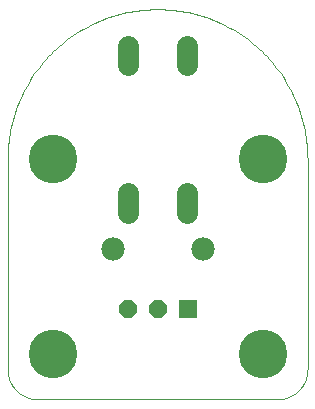
<source format=gts>
G75*
%MOIN*%
%OFA0B0*%
%FSLAX25Y25*%
%IPPOS*%
%LPD*%
%AMOC8*
5,1,8,0,0,1.08239X$1,22.5*
%
%ADD10OC8,0.06000*%
%ADD11R,0.06000X0.06000*%
%ADD12C,0.00000*%
%ADD13C,0.16211*%
%ADD14C,0.07800*%
%ADD15C,0.06896*%
D10*
X0046800Y0054006D03*
X0056800Y0054006D03*
D11*
X0066800Y0054006D03*
D12*
X0096800Y0024006D02*
X0016800Y0024006D01*
X0016558Y0024009D01*
X0016317Y0024018D01*
X0016076Y0024032D01*
X0015835Y0024053D01*
X0015595Y0024079D01*
X0015355Y0024111D01*
X0015116Y0024149D01*
X0014879Y0024192D01*
X0014642Y0024242D01*
X0014407Y0024297D01*
X0014173Y0024357D01*
X0013941Y0024424D01*
X0013710Y0024495D01*
X0013481Y0024573D01*
X0013254Y0024656D01*
X0013029Y0024744D01*
X0012806Y0024838D01*
X0012586Y0024937D01*
X0012368Y0025042D01*
X0012153Y0025151D01*
X0011940Y0025266D01*
X0011730Y0025386D01*
X0011524Y0025511D01*
X0011320Y0025641D01*
X0011119Y0025776D01*
X0010922Y0025916D01*
X0010728Y0026060D01*
X0010538Y0026209D01*
X0010352Y0026363D01*
X0010169Y0026521D01*
X0009990Y0026683D01*
X0009815Y0026850D01*
X0009644Y0027021D01*
X0009477Y0027196D01*
X0009315Y0027375D01*
X0009157Y0027558D01*
X0009003Y0027744D01*
X0008854Y0027934D01*
X0008710Y0028128D01*
X0008570Y0028325D01*
X0008435Y0028526D01*
X0008305Y0028730D01*
X0008180Y0028936D01*
X0008060Y0029146D01*
X0007945Y0029359D01*
X0007836Y0029574D01*
X0007731Y0029792D01*
X0007632Y0030012D01*
X0007538Y0030235D01*
X0007450Y0030460D01*
X0007367Y0030687D01*
X0007289Y0030916D01*
X0007218Y0031147D01*
X0007151Y0031379D01*
X0007091Y0031613D01*
X0007036Y0031848D01*
X0006986Y0032085D01*
X0006943Y0032322D01*
X0006905Y0032561D01*
X0006873Y0032801D01*
X0006847Y0033041D01*
X0006826Y0033282D01*
X0006812Y0033523D01*
X0006803Y0033764D01*
X0006800Y0034006D01*
X0006800Y0104006D01*
X0006815Y0105224D01*
X0006859Y0106440D01*
X0006933Y0107656D01*
X0007037Y0108869D01*
X0007170Y0110079D01*
X0007333Y0111286D01*
X0007525Y0112488D01*
X0007746Y0113686D01*
X0007996Y0114878D01*
X0008275Y0116063D01*
X0008583Y0117241D01*
X0008920Y0118411D01*
X0009285Y0119573D01*
X0009678Y0120725D01*
X0010099Y0121868D01*
X0010548Y0122999D01*
X0011024Y0124120D01*
X0011528Y0125229D01*
X0012058Y0126325D01*
X0012615Y0127408D01*
X0013198Y0128477D01*
X0013806Y0129531D01*
X0014441Y0130571D01*
X0015100Y0131594D01*
X0015784Y0132602D01*
X0016493Y0133592D01*
X0017225Y0134565D01*
X0017981Y0135519D01*
X0018760Y0136455D01*
X0019561Y0137372D01*
X0020385Y0138269D01*
X0021230Y0139145D01*
X0022096Y0140001D01*
X0022983Y0140836D01*
X0023890Y0141648D01*
X0024816Y0142438D01*
X0025762Y0143206D01*
X0026725Y0143950D01*
X0027707Y0144670D01*
X0028706Y0145367D01*
X0029721Y0146039D01*
X0030753Y0146686D01*
X0031800Y0147307D01*
X0032862Y0147903D01*
X0033938Y0148473D01*
X0035027Y0149017D01*
X0036130Y0149533D01*
X0037245Y0150023D01*
X0038371Y0150486D01*
X0039508Y0150921D01*
X0040656Y0151328D01*
X0041813Y0151707D01*
X0042979Y0152058D01*
X0044153Y0152380D01*
X0045335Y0152674D01*
X0046524Y0152939D01*
X0047718Y0153174D01*
X0048918Y0153381D01*
X0050123Y0153558D01*
X0051331Y0153706D01*
X0052543Y0153824D01*
X0053758Y0153913D01*
X0054974Y0153973D01*
X0056191Y0154002D01*
X0057409Y0154002D01*
X0058626Y0153973D01*
X0059842Y0153913D01*
X0061057Y0153824D01*
X0062269Y0153706D01*
X0063477Y0153558D01*
X0064682Y0153381D01*
X0065882Y0153174D01*
X0067076Y0152939D01*
X0068265Y0152674D01*
X0069447Y0152380D01*
X0070621Y0152058D01*
X0071787Y0151707D01*
X0072944Y0151328D01*
X0074092Y0150921D01*
X0075229Y0150486D01*
X0076355Y0150023D01*
X0077470Y0149533D01*
X0078573Y0149017D01*
X0079662Y0148473D01*
X0080738Y0147903D01*
X0081800Y0147307D01*
X0082847Y0146686D01*
X0083879Y0146039D01*
X0084894Y0145367D01*
X0085893Y0144670D01*
X0086875Y0143950D01*
X0087838Y0143206D01*
X0088784Y0142438D01*
X0089710Y0141648D01*
X0090617Y0140836D01*
X0091504Y0140001D01*
X0092370Y0139145D01*
X0093215Y0138269D01*
X0094039Y0137372D01*
X0094840Y0136455D01*
X0095619Y0135519D01*
X0096375Y0134565D01*
X0097107Y0133592D01*
X0097816Y0132602D01*
X0098500Y0131594D01*
X0099159Y0130571D01*
X0099794Y0129531D01*
X0100402Y0128477D01*
X0100985Y0127408D01*
X0101542Y0126325D01*
X0102072Y0125229D01*
X0102576Y0124120D01*
X0103052Y0122999D01*
X0103501Y0121868D01*
X0103922Y0120725D01*
X0104315Y0119573D01*
X0104680Y0118411D01*
X0105017Y0117241D01*
X0105325Y0116063D01*
X0105604Y0114878D01*
X0105854Y0113686D01*
X0106075Y0112488D01*
X0106267Y0111286D01*
X0106430Y0110079D01*
X0106563Y0108869D01*
X0106667Y0107656D01*
X0106741Y0106440D01*
X0106785Y0105224D01*
X0106800Y0104006D01*
X0106800Y0034006D01*
X0106797Y0033764D01*
X0106788Y0033523D01*
X0106774Y0033282D01*
X0106753Y0033041D01*
X0106727Y0032801D01*
X0106695Y0032561D01*
X0106657Y0032322D01*
X0106614Y0032085D01*
X0106564Y0031848D01*
X0106509Y0031613D01*
X0106449Y0031379D01*
X0106382Y0031147D01*
X0106311Y0030916D01*
X0106233Y0030687D01*
X0106150Y0030460D01*
X0106062Y0030235D01*
X0105968Y0030012D01*
X0105869Y0029792D01*
X0105764Y0029574D01*
X0105655Y0029359D01*
X0105540Y0029146D01*
X0105420Y0028936D01*
X0105295Y0028730D01*
X0105165Y0028526D01*
X0105030Y0028325D01*
X0104890Y0028128D01*
X0104746Y0027934D01*
X0104597Y0027744D01*
X0104443Y0027558D01*
X0104285Y0027375D01*
X0104123Y0027196D01*
X0103956Y0027021D01*
X0103785Y0026850D01*
X0103610Y0026683D01*
X0103431Y0026521D01*
X0103248Y0026363D01*
X0103062Y0026209D01*
X0102872Y0026060D01*
X0102678Y0025916D01*
X0102481Y0025776D01*
X0102280Y0025641D01*
X0102076Y0025511D01*
X0101870Y0025386D01*
X0101660Y0025266D01*
X0101447Y0025151D01*
X0101232Y0025042D01*
X0101014Y0024937D01*
X0100794Y0024838D01*
X0100571Y0024744D01*
X0100346Y0024656D01*
X0100119Y0024573D01*
X0099890Y0024495D01*
X0099659Y0024424D01*
X0099427Y0024357D01*
X0099193Y0024297D01*
X0098958Y0024242D01*
X0098721Y0024192D01*
X0098484Y0024149D01*
X0098245Y0024111D01*
X0098005Y0024079D01*
X0097765Y0024053D01*
X0097524Y0024032D01*
X0097283Y0024018D01*
X0097042Y0024009D01*
X0096800Y0024006D01*
D13*
X0091800Y0039006D03*
X0091800Y0104006D03*
X0021800Y0104006D03*
X0021800Y0039006D03*
D14*
X0041800Y0074006D03*
X0071800Y0074006D03*
D15*
X0066643Y0086152D02*
X0066643Y0092648D01*
X0046957Y0092648D02*
X0046957Y0086152D01*
X0046957Y0135364D02*
X0046957Y0141860D01*
X0066643Y0141860D02*
X0066643Y0135364D01*
M02*

</source>
